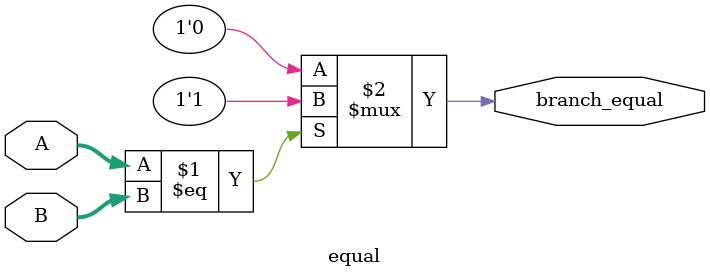
<source format=sv>
module equal (
    input logic [31:0] A,B,
    output logic branch_equal
);

    assign branch_equal = (A == B) ? 1'b1 : 1'b0;

endmodule

</source>
